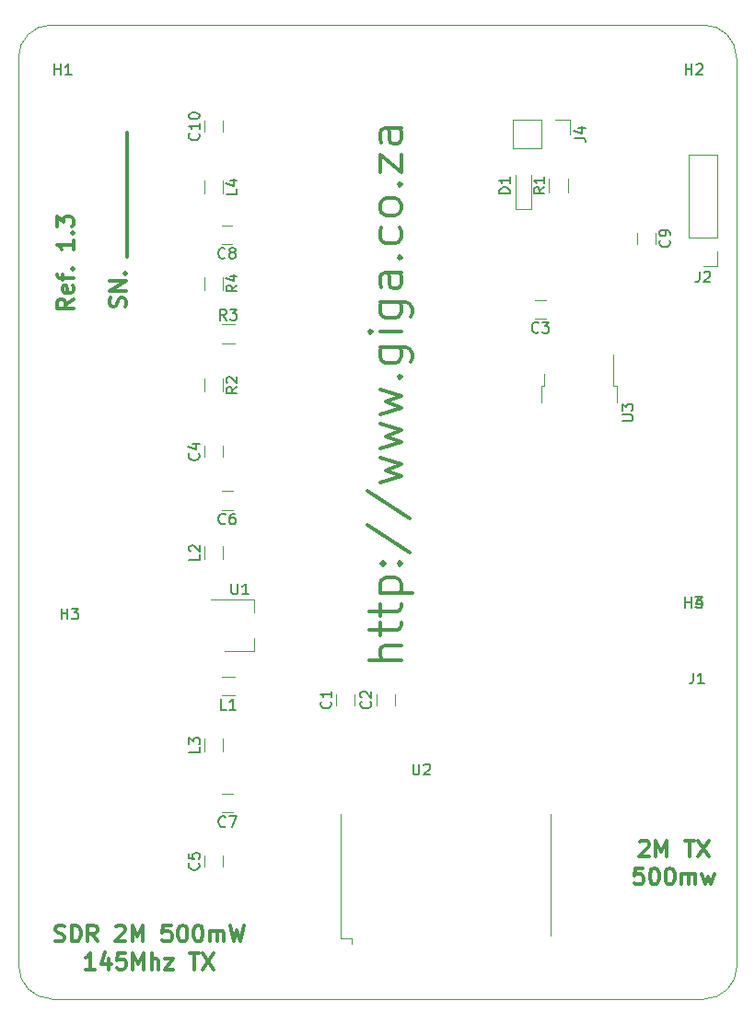
<source format=gbr>
G04 #@! TF.FileFunction,Legend,Top*
%FSLAX46Y46*%
G04 Gerber Fmt 4.6, Leading zero omitted, Abs format (unit mm)*
G04 Created by KiCad (PCBNEW 4.0.7-e2-6376~61~ubuntu18.04.1) date Fri Sep  6 21:57:16 2019*
%MOMM*%
%LPD*%
G01*
G04 APERTURE LIST*
%ADD10C,0.100000*%
%ADD11C,0.300000*%
%ADD12C,0.120000*%
%ADD13C,0.150000*%
G04 APERTURE END LIST*
D10*
D11*
X80384144Y-144493143D02*
X80598430Y-144564571D01*
X80955573Y-144564571D01*
X81098430Y-144493143D01*
X81169859Y-144421714D01*
X81241287Y-144278857D01*
X81241287Y-144136000D01*
X81169859Y-143993143D01*
X81098430Y-143921714D01*
X80955573Y-143850286D01*
X80669859Y-143778857D01*
X80527001Y-143707429D01*
X80455573Y-143636000D01*
X80384144Y-143493143D01*
X80384144Y-143350286D01*
X80455573Y-143207429D01*
X80527001Y-143136000D01*
X80669859Y-143064571D01*
X81027001Y-143064571D01*
X81241287Y-143136000D01*
X81884144Y-144564571D02*
X81884144Y-143064571D01*
X82241287Y-143064571D01*
X82455572Y-143136000D01*
X82598430Y-143278857D01*
X82669858Y-143421714D01*
X82741287Y-143707429D01*
X82741287Y-143921714D01*
X82669858Y-144207429D01*
X82598430Y-144350286D01*
X82455572Y-144493143D01*
X82241287Y-144564571D01*
X81884144Y-144564571D01*
X84241287Y-144564571D02*
X83741287Y-143850286D01*
X83384144Y-144564571D02*
X83384144Y-143064571D01*
X83955572Y-143064571D01*
X84098430Y-143136000D01*
X84169858Y-143207429D01*
X84241287Y-143350286D01*
X84241287Y-143564571D01*
X84169858Y-143707429D01*
X84098430Y-143778857D01*
X83955572Y-143850286D01*
X83384144Y-143850286D01*
X85955572Y-143207429D02*
X86027001Y-143136000D01*
X86169858Y-143064571D01*
X86527001Y-143064571D01*
X86669858Y-143136000D01*
X86741287Y-143207429D01*
X86812715Y-143350286D01*
X86812715Y-143493143D01*
X86741287Y-143707429D01*
X85884144Y-144564571D01*
X86812715Y-144564571D01*
X87455572Y-144564571D02*
X87455572Y-143064571D01*
X87955572Y-144136000D01*
X88455572Y-143064571D01*
X88455572Y-144564571D01*
X91027001Y-143064571D02*
X90312715Y-143064571D01*
X90241286Y-143778857D01*
X90312715Y-143707429D01*
X90455572Y-143636000D01*
X90812715Y-143636000D01*
X90955572Y-143707429D01*
X91027001Y-143778857D01*
X91098429Y-143921714D01*
X91098429Y-144278857D01*
X91027001Y-144421714D01*
X90955572Y-144493143D01*
X90812715Y-144564571D01*
X90455572Y-144564571D01*
X90312715Y-144493143D01*
X90241286Y-144421714D01*
X92027000Y-143064571D02*
X92169857Y-143064571D01*
X92312714Y-143136000D01*
X92384143Y-143207429D01*
X92455572Y-143350286D01*
X92527000Y-143636000D01*
X92527000Y-143993143D01*
X92455572Y-144278857D01*
X92384143Y-144421714D01*
X92312714Y-144493143D01*
X92169857Y-144564571D01*
X92027000Y-144564571D01*
X91884143Y-144493143D01*
X91812714Y-144421714D01*
X91741286Y-144278857D01*
X91669857Y-143993143D01*
X91669857Y-143636000D01*
X91741286Y-143350286D01*
X91812714Y-143207429D01*
X91884143Y-143136000D01*
X92027000Y-143064571D01*
X93455571Y-143064571D02*
X93598428Y-143064571D01*
X93741285Y-143136000D01*
X93812714Y-143207429D01*
X93884143Y-143350286D01*
X93955571Y-143636000D01*
X93955571Y-143993143D01*
X93884143Y-144278857D01*
X93812714Y-144421714D01*
X93741285Y-144493143D01*
X93598428Y-144564571D01*
X93455571Y-144564571D01*
X93312714Y-144493143D01*
X93241285Y-144421714D01*
X93169857Y-144278857D01*
X93098428Y-143993143D01*
X93098428Y-143636000D01*
X93169857Y-143350286D01*
X93241285Y-143207429D01*
X93312714Y-143136000D01*
X93455571Y-143064571D01*
X94598428Y-144564571D02*
X94598428Y-143564571D01*
X94598428Y-143707429D02*
X94669856Y-143636000D01*
X94812714Y-143564571D01*
X95026999Y-143564571D01*
X95169856Y-143636000D01*
X95241285Y-143778857D01*
X95241285Y-144564571D01*
X95241285Y-143778857D02*
X95312714Y-143636000D01*
X95455571Y-143564571D01*
X95669856Y-143564571D01*
X95812714Y-143636000D01*
X95884142Y-143778857D01*
X95884142Y-144564571D01*
X96455571Y-143064571D02*
X96812714Y-144564571D01*
X97098428Y-143493143D01*
X97384142Y-144564571D01*
X97741285Y-143064571D01*
X84027001Y-147114571D02*
X83169858Y-147114571D01*
X83598430Y-147114571D02*
X83598430Y-145614571D01*
X83455573Y-145828857D01*
X83312715Y-145971714D01*
X83169858Y-146043143D01*
X85312715Y-146114571D02*
X85312715Y-147114571D01*
X84955572Y-145543143D02*
X84598429Y-146614571D01*
X85527001Y-146614571D01*
X86812715Y-145614571D02*
X86098429Y-145614571D01*
X86027000Y-146328857D01*
X86098429Y-146257429D01*
X86241286Y-146186000D01*
X86598429Y-146186000D01*
X86741286Y-146257429D01*
X86812715Y-146328857D01*
X86884143Y-146471714D01*
X86884143Y-146828857D01*
X86812715Y-146971714D01*
X86741286Y-147043143D01*
X86598429Y-147114571D01*
X86241286Y-147114571D01*
X86098429Y-147043143D01*
X86027000Y-146971714D01*
X87527000Y-147114571D02*
X87527000Y-145614571D01*
X88027000Y-146686000D01*
X88527000Y-145614571D01*
X88527000Y-147114571D01*
X89241286Y-147114571D02*
X89241286Y-145614571D01*
X89884143Y-147114571D02*
X89884143Y-146328857D01*
X89812714Y-146186000D01*
X89669857Y-146114571D01*
X89455572Y-146114571D01*
X89312714Y-146186000D01*
X89241286Y-146257429D01*
X90455572Y-146114571D02*
X91241286Y-146114571D01*
X90455572Y-147114571D01*
X91241286Y-147114571D01*
X92741286Y-145614571D02*
X93598429Y-145614571D01*
X93169858Y-147114571D02*
X93169858Y-145614571D01*
X93955572Y-145614571D02*
X94955572Y-147114571D01*
X94955572Y-145614571D02*
X93955572Y-147114571D01*
X134118743Y-135409629D02*
X134190172Y-135338200D01*
X134333029Y-135266771D01*
X134690172Y-135266771D01*
X134833029Y-135338200D01*
X134904458Y-135409629D01*
X134975886Y-135552486D01*
X134975886Y-135695343D01*
X134904458Y-135909629D01*
X134047315Y-136766771D01*
X134975886Y-136766771D01*
X135618743Y-136766771D02*
X135618743Y-135266771D01*
X136118743Y-136338200D01*
X136618743Y-135266771D01*
X136618743Y-136766771D01*
X138261600Y-135266771D02*
X139118743Y-135266771D01*
X138690172Y-136766771D02*
X138690172Y-135266771D01*
X139475886Y-135266771D02*
X140475886Y-136766771D01*
X140475886Y-135266771D02*
X139475886Y-136766771D01*
X134404458Y-137816771D02*
X133690172Y-137816771D01*
X133618743Y-138531057D01*
X133690172Y-138459629D01*
X133833029Y-138388200D01*
X134190172Y-138388200D01*
X134333029Y-138459629D01*
X134404458Y-138531057D01*
X134475886Y-138673914D01*
X134475886Y-139031057D01*
X134404458Y-139173914D01*
X134333029Y-139245343D01*
X134190172Y-139316771D01*
X133833029Y-139316771D01*
X133690172Y-139245343D01*
X133618743Y-139173914D01*
X135404457Y-137816771D02*
X135547314Y-137816771D01*
X135690171Y-137888200D01*
X135761600Y-137959629D01*
X135833029Y-138102486D01*
X135904457Y-138388200D01*
X135904457Y-138745343D01*
X135833029Y-139031057D01*
X135761600Y-139173914D01*
X135690171Y-139245343D01*
X135547314Y-139316771D01*
X135404457Y-139316771D01*
X135261600Y-139245343D01*
X135190171Y-139173914D01*
X135118743Y-139031057D01*
X135047314Y-138745343D01*
X135047314Y-138388200D01*
X135118743Y-138102486D01*
X135190171Y-137959629D01*
X135261600Y-137888200D01*
X135404457Y-137816771D01*
X136833028Y-137816771D02*
X136975885Y-137816771D01*
X137118742Y-137888200D01*
X137190171Y-137959629D01*
X137261600Y-138102486D01*
X137333028Y-138388200D01*
X137333028Y-138745343D01*
X137261600Y-139031057D01*
X137190171Y-139173914D01*
X137118742Y-139245343D01*
X136975885Y-139316771D01*
X136833028Y-139316771D01*
X136690171Y-139245343D01*
X136618742Y-139173914D01*
X136547314Y-139031057D01*
X136475885Y-138745343D01*
X136475885Y-138388200D01*
X136547314Y-138102486D01*
X136618742Y-137959629D01*
X136690171Y-137888200D01*
X136833028Y-137816771D01*
X137975885Y-139316771D02*
X137975885Y-138316771D01*
X137975885Y-138459629D02*
X138047313Y-138388200D01*
X138190171Y-138316771D01*
X138404456Y-138316771D01*
X138547313Y-138388200D01*
X138618742Y-138531057D01*
X138618742Y-139316771D01*
X138618742Y-138531057D02*
X138690171Y-138388200D01*
X138833028Y-138316771D01*
X139047313Y-138316771D01*
X139190171Y-138388200D01*
X139261599Y-138531057D01*
X139261599Y-139316771D01*
X139833028Y-138316771D02*
X140118742Y-139316771D01*
X140404456Y-138602486D01*
X140690171Y-139316771D01*
X140975885Y-138316771D01*
X86789343Y-86216142D02*
X86860771Y-86001856D01*
X86860771Y-85644713D01*
X86789343Y-85501856D01*
X86717914Y-85430427D01*
X86575057Y-85358999D01*
X86432200Y-85358999D01*
X86289343Y-85430427D01*
X86217914Y-85501856D01*
X86146486Y-85644713D01*
X86075057Y-85930427D01*
X86003629Y-86073285D01*
X85932200Y-86144713D01*
X85789343Y-86216142D01*
X85646486Y-86216142D01*
X85503629Y-86144713D01*
X85432200Y-86073285D01*
X85360771Y-85930427D01*
X85360771Y-85573285D01*
X85432200Y-85358999D01*
X86860771Y-84716142D02*
X85360771Y-84716142D01*
X86860771Y-83858999D01*
X85360771Y-83858999D01*
X86717914Y-83144713D02*
X86789343Y-83073285D01*
X86860771Y-83144713D01*
X86789343Y-83216142D01*
X86717914Y-83144713D01*
X86860771Y-83144713D01*
X87003629Y-81644713D02*
X87003629Y-80501856D01*
X87003629Y-80501856D02*
X87003629Y-79358999D01*
X87003629Y-79358999D02*
X87003629Y-78216142D01*
X87003629Y-78216142D02*
X87003629Y-77073285D01*
X87003629Y-77073285D02*
X87003629Y-75930428D01*
X87003629Y-75930428D02*
X87003629Y-74787571D01*
X87003629Y-74787571D02*
X87003629Y-73644714D01*
X87003629Y-73644714D02*
X87003629Y-72501857D01*
X87003629Y-72501857D02*
X87003629Y-71359000D01*
X87003629Y-71359000D02*
X87003629Y-70216143D01*
X82034771Y-85490428D02*
X81320486Y-85990428D01*
X82034771Y-86347571D02*
X80534771Y-86347571D01*
X80534771Y-85776143D01*
X80606200Y-85633285D01*
X80677629Y-85561857D01*
X80820486Y-85490428D01*
X81034771Y-85490428D01*
X81177629Y-85561857D01*
X81249057Y-85633285D01*
X81320486Y-85776143D01*
X81320486Y-86347571D01*
X81963343Y-84276143D02*
X82034771Y-84419000D01*
X82034771Y-84704714D01*
X81963343Y-84847571D01*
X81820486Y-84919000D01*
X81249057Y-84919000D01*
X81106200Y-84847571D01*
X81034771Y-84704714D01*
X81034771Y-84419000D01*
X81106200Y-84276143D01*
X81249057Y-84204714D01*
X81391914Y-84204714D01*
X81534771Y-84919000D01*
X81034771Y-83776143D02*
X81034771Y-83204714D01*
X82034771Y-83561857D02*
X80749057Y-83561857D01*
X80606200Y-83490429D01*
X80534771Y-83347571D01*
X80534771Y-83204714D01*
X81891914Y-82704714D02*
X81963343Y-82633286D01*
X82034771Y-82704714D01*
X81963343Y-82776143D01*
X81891914Y-82704714D01*
X82034771Y-82704714D01*
X82034771Y-80061857D02*
X82034771Y-80919000D01*
X82034771Y-80490428D02*
X80534771Y-80490428D01*
X80749057Y-80633285D01*
X80891914Y-80776143D01*
X80963343Y-80919000D01*
X81891914Y-79419000D02*
X81963343Y-79347572D01*
X82034771Y-79419000D01*
X81963343Y-79490429D01*
X81891914Y-79419000D01*
X82034771Y-79419000D01*
X80534771Y-78847571D02*
X80534771Y-77919000D01*
X81106200Y-78419000D01*
X81106200Y-78204714D01*
X81177629Y-78061857D01*
X81249057Y-77990428D01*
X81391914Y-77919000D01*
X81749057Y-77919000D01*
X81891914Y-77990428D01*
X81963343Y-78061857D01*
X82034771Y-78204714D01*
X82034771Y-78633286D01*
X81963343Y-78776143D01*
X81891914Y-78847571D01*
X112228143Y-118662571D02*
X109228143Y-118662571D01*
X112228143Y-117376857D02*
X110656714Y-117376857D01*
X110371000Y-117519714D01*
X110228143Y-117805428D01*
X110228143Y-118234000D01*
X110371000Y-118519714D01*
X110513857Y-118662571D01*
X110228143Y-116376857D02*
X110228143Y-115234000D01*
X109228143Y-115948285D02*
X111799571Y-115948285D01*
X112085286Y-115805428D01*
X112228143Y-115519714D01*
X112228143Y-115234000D01*
X110228143Y-114662571D02*
X110228143Y-113519714D01*
X109228143Y-114233999D02*
X111799571Y-114233999D01*
X112085286Y-114091142D01*
X112228143Y-113805428D01*
X112228143Y-113519714D01*
X110228143Y-112519713D02*
X113228143Y-112519713D01*
X110371000Y-112519713D02*
X110228143Y-112233999D01*
X110228143Y-111662570D01*
X110371000Y-111376856D01*
X110513857Y-111233999D01*
X110799571Y-111091142D01*
X111656714Y-111091142D01*
X111942429Y-111233999D01*
X112085286Y-111376856D01*
X112228143Y-111662570D01*
X112228143Y-112233999D01*
X112085286Y-112519713D01*
X111942429Y-109805427D02*
X112085286Y-109662570D01*
X112228143Y-109805427D01*
X112085286Y-109948284D01*
X111942429Y-109805427D01*
X112228143Y-109805427D01*
X110371000Y-109805427D02*
X110513857Y-109662570D01*
X110656714Y-109805427D01*
X110513857Y-109948284D01*
X110371000Y-109805427D01*
X110656714Y-109805427D01*
X109085286Y-106233999D02*
X112942429Y-108805428D01*
X109085286Y-103091142D02*
X112942429Y-105662571D01*
X110228143Y-102376857D02*
X112228143Y-101805428D01*
X110799571Y-101233999D01*
X112228143Y-100662571D01*
X110228143Y-100091142D01*
X110228143Y-99234000D02*
X112228143Y-98662571D01*
X110799571Y-98091142D01*
X112228143Y-97519714D01*
X110228143Y-96948285D01*
X110228143Y-96091143D02*
X112228143Y-95519714D01*
X110799571Y-94948285D01*
X112228143Y-94376857D01*
X110228143Y-93805428D01*
X111942429Y-92662571D02*
X112085286Y-92519714D01*
X112228143Y-92662571D01*
X112085286Y-92805428D01*
X111942429Y-92662571D01*
X112228143Y-92662571D01*
X110228143Y-89948286D02*
X112656714Y-89948286D01*
X112942429Y-90091143D01*
X113085286Y-90234000D01*
X113228143Y-90519715D01*
X113228143Y-90948286D01*
X113085286Y-91234000D01*
X112085286Y-89948286D02*
X112228143Y-90234000D01*
X112228143Y-90805429D01*
X112085286Y-91091143D01*
X111942429Y-91234000D01*
X111656714Y-91376857D01*
X110799571Y-91376857D01*
X110513857Y-91234000D01*
X110371000Y-91091143D01*
X110228143Y-90805429D01*
X110228143Y-90234000D01*
X110371000Y-89948286D01*
X112228143Y-88519714D02*
X110228143Y-88519714D01*
X109228143Y-88519714D02*
X109371000Y-88662571D01*
X109513857Y-88519714D01*
X109371000Y-88376857D01*
X109228143Y-88519714D01*
X109513857Y-88519714D01*
X110228143Y-85805429D02*
X112656714Y-85805429D01*
X112942429Y-85948286D01*
X113085286Y-86091143D01*
X113228143Y-86376858D01*
X113228143Y-86805429D01*
X113085286Y-87091143D01*
X112085286Y-85805429D02*
X112228143Y-86091143D01*
X112228143Y-86662572D01*
X112085286Y-86948286D01*
X111942429Y-87091143D01*
X111656714Y-87234000D01*
X110799571Y-87234000D01*
X110513857Y-87091143D01*
X110371000Y-86948286D01*
X110228143Y-86662572D01*
X110228143Y-86091143D01*
X110371000Y-85805429D01*
X112228143Y-83091143D02*
X110656714Y-83091143D01*
X110371000Y-83234000D01*
X110228143Y-83519714D01*
X110228143Y-84091143D01*
X110371000Y-84376857D01*
X112085286Y-83091143D02*
X112228143Y-83376857D01*
X112228143Y-84091143D01*
X112085286Y-84376857D01*
X111799571Y-84519714D01*
X111513857Y-84519714D01*
X111228143Y-84376857D01*
X111085286Y-84091143D01*
X111085286Y-83376857D01*
X110942429Y-83091143D01*
X111942429Y-81662571D02*
X112085286Y-81519714D01*
X112228143Y-81662571D01*
X112085286Y-81805428D01*
X111942429Y-81662571D01*
X112228143Y-81662571D01*
X112085286Y-78948286D02*
X112228143Y-79234000D01*
X112228143Y-79805429D01*
X112085286Y-80091143D01*
X111942429Y-80234000D01*
X111656714Y-80376857D01*
X110799571Y-80376857D01*
X110513857Y-80234000D01*
X110371000Y-80091143D01*
X110228143Y-79805429D01*
X110228143Y-79234000D01*
X110371000Y-78948286D01*
X112228143Y-77234000D02*
X112085286Y-77519714D01*
X111942429Y-77662571D01*
X111656714Y-77805428D01*
X110799571Y-77805428D01*
X110513857Y-77662571D01*
X110371000Y-77519714D01*
X110228143Y-77234000D01*
X110228143Y-76805428D01*
X110371000Y-76519714D01*
X110513857Y-76376857D01*
X110799571Y-76234000D01*
X111656714Y-76234000D01*
X111942429Y-76376857D01*
X112085286Y-76519714D01*
X112228143Y-76805428D01*
X112228143Y-77234000D01*
X111942429Y-74948285D02*
X112085286Y-74805428D01*
X112228143Y-74948285D01*
X112085286Y-75091142D01*
X111942429Y-74948285D01*
X112228143Y-74948285D01*
X110228143Y-73805429D02*
X110228143Y-72234000D01*
X112228143Y-73805429D01*
X112228143Y-72234000D01*
X112228143Y-69805429D02*
X110656714Y-69805429D01*
X110371000Y-69948286D01*
X110228143Y-70234000D01*
X110228143Y-70805429D01*
X110371000Y-71091143D01*
X112085286Y-69805429D02*
X112228143Y-70091143D01*
X112228143Y-70805429D01*
X112085286Y-71091143D01*
X111799571Y-71234000D01*
X111513857Y-71234000D01*
X111228143Y-71091143D01*
X111085286Y-70805429D01*
X111085286Y-70091143D01*
X110942429Y-69805429D01*
D10*
X77030356Y-63317600D02*
X77030356Y-146750000D01*
X77004956Y-63292211D02*
G75*
G02X80004956Y-60292211I3000000J0D01*
G01*
X140030356Y-60317611D02*
X80030356Y-60317611D01*
X140030356Y-60292211D02*
G75*
G02X143030356Y-63292211I0J-3000000D01*
G01*
X143030356Y-63317600D02*
X143030356Y-146750000D01*
X80030356Y-149829611D02*
G75*
G02X77030356Y-146829611I0J3000000D01*
G01*
X80000000Y-149829611D02*
X140000000Y-149829611D01*
X143055751Y-146860247D02*
G75*
G02X140055756Y-149855011I-2999995J5236D01*
G01*
D12*
X106211000Y-121826400D02*
X106211000Y-122826400D01*
X107911000Y-122826400D02*
X107911000Y-121826400D01*
X109894000Y-121826400D02*
X109894000Y-122826400D01*
X111594000Y-122826400D02*
X111594000Y-121826400D01*
X124493400Y-87260800D02*
X125493400Y-87260800D01*
X125493400Y-85560800D02*
X124493400Y-85560800D01*
X94095200Y-99017200D02*
X94095200Y-100017200D01*
X95795200Y-100017200D02*
X95795200Y-99017200D01*
X94095200Y-136685400D02*
X94095200Y-137685400D01*
X95795200Y-137685400D02*
X95795200Y-136685400D01*
X95689800Y-104863000D02*
X96689800Y-104863000D01*
X96689800Y-103163000D02*
X95689800Y-103163000D01*
X95689800Y-132701400D02*
X96689800Y-132701400D01*
X96689800Y-131001400D02*
X95689800Y-131001400D01*
X95664400Y-80428200D02*
X96664400Y-80428200D01*
X96664400Y-78728200D02*
X95664400Y-78728200D01*
X135571600Y-80408400D02*
X135571600Y-79408400D01*
X133871600Y-79408400D02*
X133871600Y-80408400D01*
X94095200Y-69121400D02*
X94095200Y-70121400D01*
X95795200Y-70121400D02*
X95795200Y-69121400D01*
X124194000Y-74057000D02*
X124194000Y-77257000D01*
X122694000Y-77257000D02*
X122694000Y-74057000D01*
X122694000Y-77257000D02*
X124194000Y-77257000D01*
X141284000Y-79883000D02*
X141284000Y-72203000D01*
X141284000Y-72203000D02*
X138624000Y-72203000D01*
X138624000Y-72203000D02*
X138624000Y-79883000D01*
X138624000Y-79883000D02*
X141284000Y-79883000D01*
X141284000Y-81153000D02*
X141284000Y-82483000D01*
X141284000Y-82483000D02*
X139954000Y-82483000D01*
X95691400Y-120201800D02*
X96891400Y-120201800D01*
X96891400Y-121961800D02*
X95691400Y-121961800D01*
X95825200Y-108213600D02*
X95825200Y-109413600D01*
X94065200Y-109413600D02*
X94065200Y-108213600D01*
X95825200Y-125917400D02*
X95825200Y-127117400D01*
X94065200Y-127117400D02*
X94065200Y-125917400D01*
X94065200Y-75784000D02*
X94065200Y-74584000D01*
X95825200Y-74584000D02*
X95825200Y-75784000D01*
X127499000Y-74457000D02*
X127499000Y-75657000D01*
X125739000Y-75657000D02*
X125739000Y-74457000D01*
X94065200Y-94021200D02*
X94065200Y-92821200D01*
X95825200Y-92821200D02*
X95825200Y-94021200D01*
X96891400Y-89551400D02*
X95691400Y-89551400D01*
X95691400Y-87791400D02*
X96891400Y-87791400D01*
X94065200Y-84648600D02*
X94065200Y-83448600D01*
X95825200Y-83448600D02*
X95825200Y-84648600D01*
X98681000Y-116693800D02*
X98681000Y-117893800D01*
X98681000Y-117893800D02*
X95981000Y-117893800D01*
X94681000Y-113093800D02*
X98681000Y-113093800D01*
X98681000Y-113093800D02*
X98681000Y-114293800D01*
X122469600Y-69002600D02*
X122469600Y-71662600D01*
X125069600Y-69002600D02*
X122469600Y-69002600D01*
X125069600Y-71662600D02*
X122469600Y-71662600D01*
X125069600Y-69002600D02*
X125069600Y-71662600D01*
X126339600Y-69002600D02*
X127669600Y-69002600D01*
X127669600Y-69002600D02*
X127669600Y-70332600D01*
X106629200Y-132842000D02*
X106629200Y-144272000D01*
X106629200Y-144272000D02*
X107645200Y-144272000D01*
X125933200Y-132842000D02*
X125933200Y-144018000D01*
X107645200Y-144272000D02*
X107645200Y-144780000D01*
X131999400Y-94965800D02*
X131999400Y-93465800D01*
X131999400Y-93465800D02*
X131729400Y-93465800D01*
X131729400Y-93465800D02*
X131729400Y-90635800D01*
X125099400Y-94965800D02*
X125099400Y-93465800D01*
X125099400Y-93465800D02*
X125369400Y-93465800D01*
X125369400Y-93465800D02*
X125369400Y-92365800D01*
D13*
X138312095Y-113852381D02*
X138312095Y-112852381D01*
X138312095Y-113328571D02*
X138883524Y-113328571D01*
X138883524Y-113852381D02*
X138883524Y-112852381D01*
X139264476Y-112852381D02*
X139883524Y-112852381D01*
X139550190Y-113233333D01*
X139693048Y-113233333D01*
X139788286Y-113280952D01*
X139835905Y-113328571D01*
X139883524Y-113423810D01*
X139883524Y-113661905D01*
X139835905Y-113757143D01*
X139788286Y-113804762D01*
X139693048Y-113852381D01*
X139407333Y-113852381D01*
X139312095Y-113804762D01*
X139264476Y-113757143D01*
X138312095Y-113852381D02*
X138312095Y-112852381D01*
X138312095Y-113328571D02*
X138883524Y-113328571D01*
X138883524Y-113852381D02*
X138883524Y-112852381D01*
X139788286Y-113185714D02*
X139788286Y-113852381D01*
X139550190Y-112804762D02*
X139312095Y-113519048D01*
X139931143Y-113519048D01*
X138337495Y-64855781D02*
X138337495Y-63855781D01*
X138337495Y-64331971D02*
X138908924Y-64331971D01*
X138908924Y-64855781D02*
X138908924Y-63855781D01*
X139337495Y-63951019D02*
X139385114Y-63903400D01*
X139480352Y-63855781D01*
X139718448Y-63855781D01*
X139813686Y-63903400D01*
X139861305Y-63951019D01*
X139908924Y-64046257D01*
X139908924Y-64141495D01*
X139861305Y-64284352D01*
X139289876Y-64855781D01*
X139908924Y-64855781D01*
X80322095Y-64865781D02*
X80322095Y-63865781D01*
X80322095Y-64341971D02*
X80893524Y-64341971D01*
X80893524Y-64865781D02*
X80893524Y-63865781D01*
X81893524Y-64865781D02*
X81322095Y-64865781D01*
X81607809Y-64865781D02*
X81607809Y-63865781D01*
X81512571Y-64008638D01*
X81417333Y-64103876D01*
X81322095Y-64151495D01*
X80931695Y-114929181D02*
X80931695Y-113929181D01*
X80931695Y-114405371D02*
X81503124Y-114405371D01*
X81503124Y-114929181D02*
X81503124Y-113929181D01*
X81884076Y-113929181D02*
X82503124Y-113929181D01*
X82169790Y-114310133D01*
X82312648Y-114310133D01*
X82407886Y-114357752D01*
X82455505Y-114405371D01*
X82503124Y-114500610D01*
X82503124Y-114738705D01*
X82455505Y-114833943D01*
X82407886Y-114881562D01*
X82312648Y-114929181D01*
X82026933Y-114929181D01*
X81931695Y-114881562D01*
X81884076Y-114833943D01*
X80931695Y-114929181D02*
X80931695Y-113929181D01*
X80931695Y-114405371D02*
X81503124Y-114405371D01*
X81503124Y-114929181D02*
X81503124Y-113929181D01*
X81884076Y-113929181D02*
X82503124Y-113929181D01*
X82169790Y-114310133D01*
X82312648Y-114310133D01*
X82407886Y-114357752D01*
X82455505Y-114405371D01*
X82503124Y-114500610D01*
X82503124Y-114738705D01*
X82455505Y-114833943D01*
X82407886Y-114881562D01*
X82312648Y-114929181D01*
X82026933Y-114929181D01*
X81931695Y-114881562D01*
X81884076Y-114833943D01*
X80931695Y-114929181D02*
X80931695Y-113929181D01*
X80931695Y-114405371D02*
X81503124Y-114405371D01*
X81503124Y-114929181D02*
X81503124Y-113929181D01*
X81884076Y-113929181D02*
X82503124Y-113929181D01*
X82169790Y-114310133D01*
X82312648Y-114310133D01*
X82407886Y-114357752D01*
X82455505Y-114405371D01*
X82503124Y-114500610D01*
X82503124Y-114738705D01*
X82455505Y-114833943D01*
X82407886Y-114881562D01*
X82312648Y-114929181D01*
X82026933Y-114929181D01*
X81931695Y-114881562D01*
X81884076Y-114833943D01*
X80931695Y-114929181D02*
X80931695Y-113929181D01*
X80931695Y-114405371D02*
X81503124Y-114405371D01*
X81503124Y-114929181D02*
X81503124Y-113929181D01*
X81884076Y-113929181D02*
X82503124Y-113929181D01*
X82169790Y-114310133D01*
X82312648Y-114310133D01*
X82407886Y-114357752D01*
X82455505Y-114405371D01*
X82503124Y-114500610D01*
X82503124Y-114738705D01*
X82455505Y-114833943D01*
X82407886Y-114881562D01*
X82312648Y-114929181D01*
X82026933Y-114929181D01*
X81931695Y-114881562D01*
X81884076Y-114833943D01*
X105668143Y-122493066D02*
X105715762Y-122540685D01*
X105763381Y-122683542D01*
X105763381Y-122778780D01*
X105715762Y-122921638D01*
X105620524Y-123016876D01*
X105525286Y-123064495D01*
X105334810Y-123112114D01*
X105191952Y-123112114D01*
X105001476Y-123064495D01*
X104906238Y-123016876D01*
X104811000Y-122921638D01*
X104763381Y-122778780D01*
X104763381Y-122683542D01*
X104811000Y-122540685D01*
X104858619Y-122493066D01*
X105763381Y-121540685D02*
X105763381Y-122112114D01*
X105763381Y-121826400D02*
X104763381Y-121826400D01*
X104906238Y-121921638D01*
X105001476Y-122016876D01*
X105049095Y-122112114D01*
X109351143Y-122493066D02*
X109398762Y-122540685D01*
X109446381Y-122683542D01*
X109446381Y-122778780D01*
X109398762Y-122921638D01*
X109303524Y-123016876D01*
X109208286Y-123064495D01*
X109017810Y-123112114D01*
X108874952Y-123112114D01*
X108684476Y-123064495D01*
X108589238Y-123016876D01*
X108494000Y-122921638D01*
X108446381Y-122778780D01*
X108446381Y-122683542D01*
X108494000Y-122540685D01*
X108541619Y-122493066D01*
X108541619Y-122112114D02*
X108494000Y-122064495D01*
X108446381Y-121969257D01*
X108446381Y-121731161D01*
X108494000Y-121635923D01*
X108541619Y-121588304D01*
X108636857Y-121540685D01*
X108732095Y-121540685D01*
X108874952Y-121588304D01*
X109446381Y-122159733D01*
X109446381Y-121540685D01*
X124826734Y-88517943D02*
X124779115Y-88565562D01*
X124636258Y-88613181D01*
X124541020Y-88613181D01*
X124398162Y-88565562D01*
X124302924Y-88470324D01*
X124255305Y-88375086D01*
X124207686Y-88184610D01*
X124207686Y-88041752D01*
X124255305Y-87851276D01*
X124302924Y-87756038D01*
X124398162Y-87660800D01*
X124541020Y-87613181D01*
X124636258Y-87613181D01*
X124779115Y-87660800D01*
X124826734Y-87708419D01*
X125160067Y-87613181D02*
X125779115Y-87613181D01*
X125445781Y-87994133D01*
X125588639Y-87994133D01*
X125683877Y-88041752D01*
X125731496Y-88089371D01*
X125779115Y-88184610D01*
X125779115Y-88422705D01*
X125731496Y-88517943D01*
X125683877Y-88565562D01*
X125588639Y-88613181D01*
X125302924Y-88613181D01*
X125207686Y-88565562D01*
X125160067Y-88517943D01*
X93552343Y-99683866D02*
X93599962Y-99731485D01*
X93647581Y-99874342D01*
X93647581Y-99969580D01*
X93599962Y-100112438D01*
X93504724Y-100207676D01*
X93409486Y-100255295D01*
X93219010Y-100302914D01*
X93076152Y-100302914D01*
X92885676Y-100255295D01*
X92790438Y-100207676D01*
X92695200Y-100112438D01*
X92647581Y-99969580D01*
X92647581Y-99874342D01*
X92695200Y-99731485D01*
X92742819Y-99683866D01*
X92980914Y-98826723D02*
X93647581Y-98826723D01*
X92599962Y-99064819D02*
X93314248Y-99302914D01*
X93314248Y-98683866D01*
X93552343Y-137352066D02*
X93599962Y-137399685D01*
X93647581Y-137542542D01*
X93647581Y-137637780D01*
X93599962Y-137780638D01*
X93504724Y-137875876D01*
X93409486Y-137923495D01*
X93219010Y-137971114D01*
X93076152Y-137971114D01*
X92885676Y-137923495D01*
X92790438Y-137875876D01*
X92695200Y-137780638D01*
X92647581Y-137637780D01*
X92647581Y-137542542D01*
X92695200Y-137399685D01*
X92742819Y-137352066D01*
X92647581Y-136447304D02*
X92647581Y-136923495D01*
X93123771Y-136971114D01*
X93076152Y-136923495D01*
X93028533Y-136828257D01*
X93028533Y-136590161D01*
X93076152Y-136494923D01*
X93123771Y-136447304D01*
X93219010Y-136399685D01*
X93457105Y-136399685D01*
X93552343Y-136447304D01*
X93599962Y-136494923D01*
X93647581Y-136590161D01*
X93647581Y-136828257D01*
X93599962Y-136923495D01*
X93552343Y-136971114D01*
X96023134Y-106120143D02*
X95975515Y-106167762D01*
X95832658Y-106215381D01*
X95737420Y-106215381D01*
X95594562Y-106167762D01*
X95499324Y-106072524D01*
X95451705Y-105977286D01*
X95404086Y-105786810D01*
X95404086Y-105643952D01*
X95451705Y-105453476D01*
X95499324Y-105358238D01*
X95594562Y-105263000D01*
X95737420Y-105215381D01*
X95832658Y-105215381D01*
X95975515Y-105263000D01*
X96023134Y-105310619D01*
X96880277Y-105215381D02*
X96689800Y-105215381D01*
X96594562Y-105263000D01*
X96546943Y-105310619D01*
X96451705Y-105453476D01*
X96404086Y-105643952D01*
X96404086Y-106024905D01*
X96451705Y-106120143D01*
X96499324Y-106167762D01*
X96594562Y-106215381D01*
X96785039Y-106215381D01*
X96880277Y-106167762D01*
X96927896Y-106120143D01*
X96975515Y-106024905D01*
X96975515Y-105786810D01*
X96927896Y-105691571D01*
X96880277Y-105643952D01*
X96785039Y-105596333D01*
X96594562Y-105596333D01*
X96499324Y-105643952D01*
X96451705Y-105691571D01*
X96404086Y-105786810D01*
X96023134Y-133958543D02*
X95975515Y-134006162D01*
X95832658Y-134053781D01*
X95737420Y-134053781D01*
X95594562Y-134006162D01*
X95499324Y-133910924D01*
X95451705Y-133815686D01*
X95404086Y-133625210D01*
X95404086Y-133482352D01*
X95451705Y-133291876D01*
X95499324Y-133196638D01*
X95594562Y-133101400D01*
X95737420Y-133053781D01*
X95832658Y-133053781D01*
X95975515Y-133101400D01*
X96023134Y-133149019D01*
X96356467Y-133053781D02*
X97023134Y-133053781D01*
X96594562Y-134053781D01*
X95997734Y-81685343D02*
X95950115Y-81732962D01*
X95807258Y-81780581D01*
X95712020Y-81780581D01*
X95569162Y-81732962D01*
X95473924Y-81637724D01*
X95426305Y-81542486D01*
X95378686Y-81352010D01*
X95378686Y-81209152D01*
X95426305Y-81018676D01*
X95473924Y-80923438D01*
X95569162Y-80828200D01*
X95712020Y-80780581D01*
X95807258Y-80780581D01*
X95950115Y-80828200D01*
X95997734Y-80875819D01*
X96569162Y-81209152D02*
X96473924Y-81161533D01*
X96426305Y-81113914D01*
X96378686Y-81018676D01*
X96378686Y-80971057D01*
X96426305Y-80875819D01*
X96473924Y-80828200D01*
X96569162Y-80780581D01*
X96759639Y-80780581D01*
X96854877Y-80828200D01*
X96902496Y-80875819D01*
X96950115Y-80971057D01*
X96950115Y-81018676D01*
X96902496Y-81113914D01*
X96854877Y-81161533D01*
X96759639Y-81209152D01*
X96569162Y-81209152D01*
X96473924Y-81256771D01*
X96426305Y-81304390D01*
X96378686Y-81399629D01*
X96378686Y-81590105D01*
X96426305Y-81685343D01*
X96473924Y-81732962D01*
X96569162Y-81780581D01*
X96759639Y-81780581D01*
X96854877Y-81732962D01*
X96902496Y-81685343D01*
X96950115Y-81590105D01*
X96950115Y-81399629D01*
X96902496Y-81304390D01*
X96854877Y-81256771D01*
X96759639Y-81209152D01*
X136828743Y-80075066D02*
X136876362Y-80122685D01*
X136923981Y-80265542D01*
X136923981Y-80360780D01*
X136876362Y-80503638D01*
X136781124Y-80598876D01*
X136685886Y-80646495D01*
X136495410Y-80694114D01*
X136352552Y-80694114D01*
X136162076Y-80646495D01*
X136066838Y-80598876D01*
X135971600Y-80503638D01*
X135923981Y-80360780D01*
X135923981Y-80265542D01*
X135971600Y-80122685D01*
X136019219Y-80075066D01*
X136923981Y-79598876D02*
X136923981Y-79408400D01*
X136876362Y-79313161D01*
X136828743Y-79265542D01*
X136685886Y-79170304D01*
X136495410Y-79122685D01*
X136114457Y-79122685D01*
X136019219Y-79170304D01*
X135971600Y-79217923D01*
X135923981Y-79313161D01*
X135923981Y-79503638D01*
X135971600Y-79598876D01*
X136019219Y-79646495D01*
X136114457Y-79694114D01*
X136352552Y-79694114D01*
X136447790Y-79646495D01*
X136495410Y-79598876D01*
X136543029Y-79503638D01*
X136543029Y-79313161D01*
X136495410Y-79217923D01*
X136447790Y-79170304D01*
X136352552Y-79122685D01*
X93552343Y-70264257D02*
X93599962Y-70311876D01*
X93647581Y-70454733D01*
X93647581Y-70549971D01*
X93599962Y-70692829D01*
X93504724Y-70788067D01*
X93409486Y-70835686D01*
X93219010Y-70883305D01*
X93076152Y-70883305D01*
X92885676Y-70835686D01*
X92790438Y-70788067D01*
X92695200Y-70692829D01*
X92647581Y-70549971D01*
X92647581Y-70454733D01*
X92695200Y-70311876D01*
X92742819Y-70264257D01*
X93647581Y-69311876D02*
X93647581Y-69883305D01*
X93647581Y-69597591D02*
X92647581Y-69597591D01*
X92790438Y-69692829D01*
X92885676Y-69788067D01*
X92933295Y-69883305D01*
X92647581Y-68692829D02*
X92647581Y-68597590D01*
X92695200Y-68502352D01*
X92742819Y-68454733D01*
X92838057Y-68407114D01*
X93028533Y-68359495D01*
X93266629Y-68359495D01*
X93457105Y-68407114D01*
X93552343Y-68454733D01*
X93599962Y-68502352D01*
X93647581Y-68597590D01*
X93647581Y-68692829D01*
X93599962Y-68788067D01*
X93552343Y-68835686D01*
X93457105Y-68883305D01*
X93266629Y-68930924D01*
X93028533Y-68930924D01*
X92838057Y-68883305D01*
X92742819Y-68835686D01*
X92695200Y-68788067D01*
X92647581Y-68692829D01*
X122196381Y-75795095D02*
X121196381Y-75795095D01*
X121196381Y-75557000D01*
X121244000Y-75414142D01*
X121339238Y-75318904D01*
X121434476Y-75271285D01*
X121624952Y-75223666D01*
X121767810Y-75223666D01*
X121958286Y-75271285D01*
X122053524Y-75318904D01*
X122148762Y-75414142D01*
X122196381Y-75557000D01*
X122196381Y-75795095D01*
X122196381Y-74271285D02*
X122196381Y-74842714D01*
X122196381Y-74557000D02*
X121196381Y-74557000D01*
X121339238Y-74652238D01*
X121434476Y-74747476D01*
X121482095Y-74842714D01*
X139054667Y-119850381D02*
X139054667Y-120564667D01*
X139007047Y-120707524D01*
X138911809Y-120802762D01*
X138768952Y-120850381D01*
X138673714Y-120850381D01*
X140054667Y-120850381D02*
X139483238Y-120850381D01*
X139768952Y-120850381D02*
X139768952Y-119850381D01*
X139673714Y-119993238D01*
X139578476Y-120088476D01*
X139483238Y-120136095D01*
X139620667Y-82935381D02*
X139620667Y-83649667D01*
X139573047Y-83792524D01*
X139477809Y-83887762D01*
X139334952Y-83935381D01*
X139239714Y-83935381D01*
X140049238Y-83030619D02*
X140096857Y-82983000D01*
X140192095Y-82935381D01*
X140430191Y-82935381D01*
X140525429Y-82983000D01*
X140573048Y-83030619D01*
X140620667Y-83125857D01*
X140620667Y-83221095D01*
X140573048Y-83363952D01*
X140001619Y-83935381D01*
X140620667Y-83935381D01*
X96124734Y-123234181D02*
X95648543Y-123234181D01*
X95648543Y-122234181D01*
X96981877Y-123234181D02*
X96410448Y-123234181D01*
X96696162Y-123234181D02*
X96696162Y-122234181D01*
X96600924Y-122377038D01*
X96505686Y-122472276D01*
X96410448Y-122519895D01*
X93697581Y-108980266D02*
X93697581Y-109456457D01*
X92697581Y-109456457D01*
X92792819Y-108694552D02*
X92745200Y-108646933D01*
X92697581Y-108551695D01*
X92697581Y-108313599D01*
X92745200Y-108218361D01*
X92792819Y-108170742D01*
X92888057Y-108123123D01*
X92983295Y-108123123D01*
X93126152Y-108170742D01*
X93697581Y-108742171D01*
X93697581Y-108123123D01*
X93697581Y-126684066D02*
X93697581Y-127160257D01*
X92697581Y-127160257D01*
X92697581Y-126445971D02*
X92697581Y-125826923D01*
X93078533Y-126160257D01*
X93078533Y-126017399D01*
X93126152Y-125922161D01*
X93173771Y-125874542D01*
X93269010Y-125826923D01*
X93507105Y-125826923D01*
X93602343Y-125874542D01*
X93649962Y-125922161D01*
X93697581Y-126017399D01*
X93697581Y-126303114D01*
X93649962Y-126398352D01*
X93602343Y-126445971D01*
X97097581Y-75350666D02*
X97097581Y-75826857D01*
X96097581Y-75826857D01*
X96430914Y-74588761D02*
X97097581Y-74588761D01*
X96049962Y-74826857D02*
X96764248Y-75064952D01*
X96764248Y-74445904D01*
X125371381Y-75223666D02*
X124895190Y-75557000D01*
X125371381Y-75795095D02*
X124371381Y-75795095D01*
X124371381Y-75414142D01*
X124419000Y-75318904D01*
X124466619Y-75271285D01*
X124561857Y-75223666D01*
X124704714Y-75223666D01*
X124799952Y-75271285D01*
X124847571Y-75318904D01*
X124895190Y-75414142D01*
X124895190Y-75795095D01*
X125371381Y-74271285D02*
X125371381Y-74842714D01*
X125371381Y-74557000D02*
X124371381Y-74557000D01*
X124514238Y-74652238D01*
X124609476Y-74747476D01*
X124657095Y-74842714D01*
X97097581Y-93587866D02*
X96621390Y-93921200D01*
X97097581Y-94159295D02*
X96097581Y-94159295D01*
X96097581Y-93778342D01*
X96145200Y-93683104D01*
X96192819Y-93635485D01*
X96288057Y-93587866D01*
X96430914Y-93587866D01*
X96526152Y-93635485D01*
X96573771Y-93683104D01*
X96621390Y-93778342D01*
X96621390Y-94159295D01*
X96192819Y-93206914D02*
X96145200Y-93159295D01*
X96097581Y-93064057D01*
X96097581Y-92825961D01*
X96145200Y-92730723D01*
X96192819Y-92683104D01*
X96288057Y-92635485D01*
X96383295Y-92635485D01*
X96526152Y-92683104D01*
X97097581Y-93254533D01*
X97097581Y-92635485D01*
X96124734Y-87423781D02*
X95791400Y-86947590D01*
X95553305Y-87423781D02*
X95553305Y-86423781D01*
X95934258Y-86423781D01*
X96029496Y-86471400D01*
X96077115Y-86519019D01*
X96124734Y-86614257D01*
X96124734Y-86757114D01*
X96077115Y-86852352D01*
X96029496Y-86899971D01*
X95934258Y-86947590D01*
X95553305Y-86947590D01*
X96458067Y-86423781D02*
X97077115Y-86423781D01*
X96743781Y-86804733D01*
X96886639Y-86804733D01*
X96981877Y-86852352D01*
X97029496Y-86899971D01*
X97077115Y-86995210D01*
X97077115Y-87233305D01*
X97029496Y-87328543D01*
X96981877Y-87376162D01*
X96886639Y-87423781D01*
X96600924Y-87423781D01*
X96505686Y-87376162D01*
X96458067Y-87328543D01*
X97097581Y-84215266D02*
X96621390Y-84548600D01*
X97097581Y-84786695D02*
X96097581Y-84786695D01*
X96097581Y-84405742D01*
X96145200Y-84310504D01*
X96192819Y-84262885D01*
X96288057Y-84215266D01*
X96430914Y-84215266D01*
X96526152Y-84262885D01*
X96573771Y-84310504D01*
X96621390Y-84405742D01*
X96621390Y-84786695D01*
X96430914Y-83358123D02*
X97097581Y-83358123D01*
X96049962Y-83596219D02*
X96764248Y-83834314D01*
X96764248Y-83215266D01*
X96589095Y-111646181D02*
X96589095Y-112455705D01*
X96636714Y-112550943D01*
X96684333Y-112598562D01*
X96779571Y-112646181D01*
X96970048Y-112646181D01*
X97065286Y-112598562D01*
X97112905Y-112550943D01*
X97160524Y-112455705D01*
X97160524Y-111646181D01*
X98160524Y-112646181D02*
X97589095Y-112646181D01*
X97874809Y-112646181D02*
X97874809Y-111646181D01*
X97779571Y-111789038D01*
X97684333Y-111884276D01*
X97589095Y-111931895D01*
X128121981Y-70665933D02*
X128836267Y-70665933D01*
X128979124Y-70713553D01*
X129074362Y-70808791D01*
X129121981Y-70951648D01*
X129121981Y-71046886D01*
X128455314Y-69761171D02*
X129121981Y-69761171D01*
X128074362Y-69999267D02*
X128788648Y-70237362D01*
X128788648Y-69618314D01*
X113284095Y-128230381D02*
X113284095Y-129039905D01*
X113331714Y-129135143D01*
X113379333Y-129182762D01*
X113474571Y-129230381D01*
X113665048Y-129230381D01*
X113760286Y-129182762D01*
X113807905Y-129135143D01*
X113855524Y-129039905D01*
X113855524Y-128230381D01*
X114284095Y-128325619D02*
X114331714Y-128278000D01*
X114426952Y-128230381D01*
X114665048Y-128230381D01*
X114760286Y-128278000D01*
X114807905Y-128325619D01*
X114855524Y-128420857D01*
X114855524Y-128516095D01*
X114807905Y-128658952D01*
X114236476Y-129230381D01*
X114855524Y-129230381D01*
X132501781Y-96697705D02*
X133311305Y-96697705D01*
X133406543Y-96650086D01*
X133454162Y-96602467D01*
X133501781Y-96507229D01*
X133501781Y-96316752D01*
X133454162Y-96221514D01*
X133406543Y-96173895D01*
X133311305Y-96126276D01*
X132501781Y-96126276D01*
X132501781Y-95745324D02*
X132501781Y-95126276D01*
X132882733Y-95459610D01*
X132882733Y-95316752D01*
X132930352Y-95221514D01*
X132977971Y-95173895D01*
X133073210Y-95126276D01*
X133311305Y-95126276D01*
X133406543Y-95173895D01*
X133454162Y-95221514D01*
X133501781Y-95316752D01*
X133501781Y-95602467D01*
X133454162Y-95697705D01*
X133406543Y-95745324D01*
M02*

</source>
